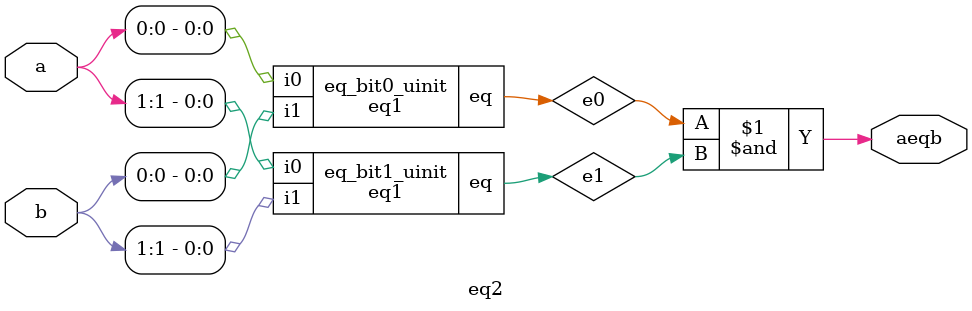
<source format=v>
`timescale 1ns / 1ps

module eq1(
	input wire i0, i1,
	output wire eq
	);
	
	wire p0, p1;
	
	assign eq = p0 | p1;
	assign p0 = ~i0 & ~i1;
	assign p1 = i0 & i1;
endmodule

module eq2(
	input wire[1:0] a, b,
	output wire aeqb
    );
	wire e0, e1;
	
	eq1 eq_bit0_uinit (.i0(a[0]), .i1(b[0]), .eq(e0));
	eq1 eq_bit1_uinit (.i0(a[1]), .i1(b[1]), .eq(e1));
	assign aeqb = e0 & e1;

endmodule

</source>
